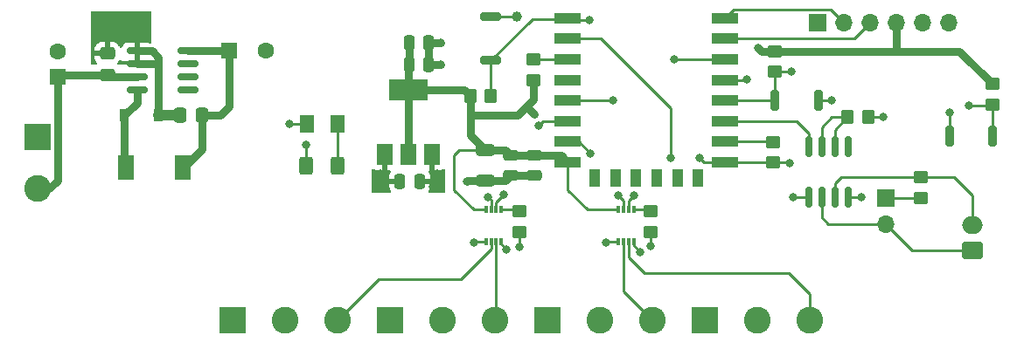
<source format=gbr>
%TF.GenerationSoftware,KiCad,Pcbnew,(6.0.8)*%
%TF.CreationDate,2022-10-05T23:25:23+02:00*%
%TF.ProjectId,DMX_ControllerBoard,444d585f-436f-46e7-9472-6f6c6c657242,rev?*%
%TF.SameCoordinates,Original*%
%TF.FileFunction,Copper,L1,Top*%
%TF.FilePolarity,Positive*%
%FSLAX46Y46*%
G04 Gerber Fmt 4.6, Leading zero omitted, Abs format (unit mm)*
G04 Created by KiCad (PCBNEW (6.0.8)) date 2022-10-05 23:25:23*
%MOMM*%
%LPD*%
G01*
G04 APERTURE LIST*
G04 Aperture macros list*
%AMRoundRect*
0 Rectangle with rounded corners*
0 $1 Rounding radius*
0 $2 $3 $4 $5 $6 $7 $8 $9 X,Y pos of 4 corners*
0 Add a 4 corners polygon primitive as box body*
4,1,4,$2,$3,$4,$5,$6,$7,$8,$9,$2,$3,0*
0 Add four circle primitives for the rounded corners*
1,1,$1+$1,$2,$3*
1,1,$1+$1,$4,$5*
1,1,$1+$1,$6,$7*
1,1,$1+$1,$8,$9*
0 Add four rect primitives between the rounded corners*
20,1,$1+$1,$2,$3,$4,$5,0*
20,1,$1+$1,$4,$5,$6,$7,0*
20,1,$1+$1,$6,$7,$8,$9,0*
20,1,$1+$1,$8,$9,$2,$3,0*%
G04 Aperture macros list end*
%TA.AperFunction,SMDPad,CuDef*%
%ADD10RoundRect,0.250000X-0.450000X0.350000X-0.450000X-0.350000X0.450000X-0.350000X0.450000X0.350000X0*%
%TD*%
%TA.AperFunction,SMDPad,CuDef*%
%ADD11R,0.300000X0.800000*%
%TD*%
%TA.AperFunction,ComponentPad*%
%ADD12R,1.600000X1.600000*%
%TD*%
%TA.AperFunction,ComponentPad*%
%ADD13C,1.600000*%
%TD*%
%TA.AperFunction,SMDPad,CuDef*%
%ADD14RoundRect,0.250000X-0.337500X-0.475000X0.337500X-0.475000X0.337500X0.475000X-0.337500X0.475000X0*%
%TD*%
%TA.AperFunction,SMDPad,CuDef*%
%ADD15R,0.900000X1.200000*%
%TD*%
%TA.AperFunction,ComponentPad*%
%ADD16R,2.600000X2.600000*%
%TD*%
%TA.AperFunction,ComponentPad*%
%ADD17C,2.600000*%
%TD*%
%TA.AperFunction,ComponentPad*%
%ADD18RoundRect,0.250000X0.750000X-0.600000X0.750000X0.600000X-0.750000X0.600000X-0.750000X-0.600000X0*%
%TD*%
%TA.AperFunction,ComponentPad*%
%ADD19O,2.000000X1.700000*%
%TD*%
%TA.AperFunction,SMDPad,CuDef*%
%ADD20R,1.500000X2.400000*%
%TD*%
%TA.AperFunction,SMDPad,CuDef*%
%ADD21RoundRect,0.249999X-0.350001X-0.450001X0.350001X-0.450001X0.350001X0.450001X-0.350001X0.450001X0*%
%TD*%
%TA.AperFunction,SMDPad,CuDef*%
%ADD22RoundRect,0.200000X0.800000X-0.200000X0.800000X0.200000X-0.800000X0.200000X-0.800000X-0.200000X0*%
%TD*%
%TA.AperFunction,SMDPad,CuDef*%
%ADD23RoundRect,0.150000X-0.150000X0.825000X-0.150000X-0.825000X0.150000X-0.825000X0.150000X0.825000X0*%
%TD*%
%TA.AperFunction,SMDPad,CuDef*%
%ADD24RoundRect,0.150000X0.825000X0.150000X-0.825000X0.150000X-0.825000X-0.150000X0.825000X-0.150000X0*%
%TD*%
%TA.AperFunction,SMDPad,CuDef*%
%ADD25RoundRect,0.250000X0.250000X0.475000X-0.250000X0.475000X-0.250000X-0.475000X0.250000X-0.475000X0*%
%TD*%
%TA.AperFunction,SMDPad,CuDef*%
%ADD26RoundRect,0.250000X-0.475000X0.250000X-0.475000X-0.250000X0.475000X-0.250000X0.475000X0.250000X0*%
%TD*%
%TA.AperFunction,SMDPad,CuDef*%
%ADD27RoundRect,0.250000X-0.250000X-0.475000X0.250000X-0.475000X0.250000X0.475000X-0.250000X0.475000X0*%
%TD*%
%TA.AperFunction,SMDPad,CuDef*%
%ADD28RoundRect,0.250000X-0.475000X0.337500X-0.475000X-0.337500X0.475000X-0.337500X0.475000X0.337500X0*%
%TD*%
%TA.AperFunction,SMDPad,CuDef*%
%ADD29R,2.500000X1.000000*%
%TD*%
%TA.AperFunction,SMDPad,CuDef*%
%ADD30R,1.000000X1.800000*%
%TD*%
%TA.AperFunction,SMDPad,CuDef*%
%ADD31RoundRect,0.250000X-0.462500X-0.625000X0.462500X-0.625000X0.462500X0.625000X-0.462500X0.625000X0*%
%TD*%
%TA.AperFunction,SMDPad,CuDef*%
%ADD32RoundRect,0.250000X0.400000X0.625000X-0.400000X0.625000X-0.400000X-0.625000X0.400000X-0.625000X0*%
%TD*%
%TA.AperFunction,SMDPad,CuDef*%
%ADD33RoundRect,0.249999X0.450001X-0.350001X0.450001X0.350001X-0.450001X0.350001X-0.450001X-0.350001X0*%
%TD*%
%TA.AperFunction,SMDPad,CuDef*%
%ADD34RoundRect,0.249999X-0.450001X0.350001X-0.450001X-0.350001X0.450001X-0.350001X0.450001X0.350001X0*%
%TD*%
%TA.AperFunction,SMDPad,CuDef*%
%ADD35RoundRect,0.200000X-0.200000X-0.800000X0.200000X-0.800000X0.200000X0.800000X-0.200000X0.800000X0*%
%TD*%
%TA.AperFunction,ComponentPad*%
%ADD36R,1.700000X1.700000*%
%TD*%
%TA.AperFunction,ComponentPad*%
%ADD37O,1.700000X1.700000*%
%TD*%
%TA.AperFunction,SMDPad,CuDef*%
%ADD38RoundRect,0.200000X0.200000X0.800000X-0.200000X0.800000X-0.200000X-0.800000X0.200000X-0.800000X0*%
%TD*%
%TA.AperFunction,SMDPad,CuDef*%
%ADD39R,1.500000X2.000000*%
%TD*%
%TA.AperFunction,SMDPad,CuDef*%
%ADD40R,3.800000X2.000000*%
%TD*%
%TA.AperFunction,SMDPad,CuDef*%
%ADD41RoundRect,0.250000X-0.650000X0.325000X-0.650000X-0.325000X0.650000X-0.325000X0.650000X0.325000X0*%
%TD*%
%TA.AperFunction,ViaPad*%
%ADD42C,0.800000*%
%TD*%
%TA.AperFunction,ViaPad*%
%ADD43C,1.000000*%
%TD*%
%TA.AperFunction,Conductor*%
%ADD44C,0.750000*%
%TD*%
%TA.AperFunction,Conductor*%
%ADD45C,0.250000*%
%TD*%
%TA.AperFunction,Conductor*%
%ADD46C,1.000000*%
%TD*%
G04 APERTURE END LIST*
D10*
%TO.P,R10,1*%
%TO.N,Net-(R10-Pad1)*%
X84582000Y-40122000D03*
%TO.P,R10,2*%
%TO.N,+5V*%
X84582000Y-42122000D03*
%TD*%
D11*
%TO.P,U5,1,VCCA*%
%TO.N,+5V*%
X81419000Y-43053000D03*
%TO.P,U5,2,1A*%
%TO.N,Button3_sense*%
X81919000Y-43053000D03*
%TO.P,U5,3,2A*%
%TO.N,Button4_sense*%
X82419000Y-43053000D03*
%TO.P,U5,4,GND*%
%TO.N,GND*%
X82919000Y-43053000D03*
%TO.P,U5,5,DIR*%
%TO.N,Net-(R10-Pad1)*%
X82919000Y-39953000D03*
%TO.P,U5,6,2B*%
%TO.N,B4*%
X82419000Y-39953000D03*
%TO.P,U5,7,1B*%
%TO.N,B3*%
X81919000Y-39953000D03*
%TO.P,U5,8,VCCB*%
%TO.N,+3V3*%
X81419000Y-39953000D03*
%TD*%
%TO.P,U3,1,VCCA*%
%TO.N,+5V*%
X68592000Y-43079000D03*
%TO.P,U3,2,1A*%
%TO.N,Button1_sense*%
X69092000Y-43079000D03*
%TO.P,U3,3,2A*%
%TO.N,Button2_sense*%
X69592000Y-43079000D03*
%TO.P,U3,4,GND*%
%TO.N,GND*%
X70092000Y-43079000D03*
%TO.P,U3,5,DIR*%
%TO.N,Net-(R6-Pad1)*%
X70092000Y-39979000D03*
%TO.P,U3,6,2B*%
%TO.N,B2*%
X69592000Y-39979000D03*
%TO.P,U3,7,1B*%
%TO.N,B1*%
X69092000Y-39979000D03*
%TO.P,U3,8,VCCB*%
%TO.N,+3V3*%
X68592000Y-39979000D03*
%TD*%
D10*
%TO.P,R6,1*%
%TO.N,Net-(R6-Pad1)*%
X71882000Y-40148000D03*
%TO.P,R6,2*%
%TO.N,+5V*%
X71882000Y-42148000D03*
%TD*%
D12*
%TO.P,C8,1*%
%TO.N,VCC*%
X27114500Y-27114500D03*
D13*
%TO.P,C8,2*%
%TO.N,GND*%
X27114500Y-24614500D03*
%TD*%
D12*
%TO.P,C12,1*%
%TO.N,+5V*%
X43751500Y-24511000D03*
D13*
%TO.P,C12,2*%
%TO.N,GND*%
X47251500Y-24511000D03*
%TD*%
D14*
%TO.P,C13,1*%
%TO.N,GND*%
X39031000Y-30797500D03*
%TO.P,C13,2*%
%TO.N,+5V*%
X41106000Y-30797500D03*
%TD*%
D15*
%TO.P,D6,1,K*%
%TO.N,Net-(D6-Pad1)*%
X33592500Y-30797500D03*
%TO.P,D6,2,A*%
%TO.N,GND*%
X36892500Y-30797500D03*
%TD*%
D16*
%TO.P,J3,1,Pin_1*%
%TO.N,GND*%
X25209500Y-32956500D03*
D17*
%TO.P,J3,2,Pin_2*%
%TO.N,VCC*%
X25209500Y-37956500D03*
%TD*%
D18*
%TO.P,J5,1,Pin_1*%
%TO.N,Net-(J5-Pad1)*%
X115684300Y-43954700D03*
D19*
%TO.P,J5,2,Pin_2*%
%TO.N,Net-(J5-Pad2)*%
X115684300Y-41454700D03*
%TD*%
D20*
%TO.P,L3,1*%
%TO.N,Net-(D6-Pad1)*%
X33762500Y-35877500D03*
%TO.P,L3,2*%
%TO.N,+5V*%
X39262500Y-35877500D03*
%TD*%
D21*
%TO.P,R3,1*%
%TO.N,+3V3*%
X67088000Y-28956000D03*
%TO.P,R3,2*%
%TO.N,RESET*%
X69088000Y-28956000D03*
%TD*%
D22*
%TO.P,SW1,1,A*%
%TO.N,RESET*%
X69088000Y-25463500D03*
%TO.P,SW1,2,B*%
%TO.N,GND*%
X69088000Y-21263500D03*
%TD*%
D23*
%TO.P,U2,1,RO*%
%TO.N,unconnected-(U2-Pad1)*%
X103644700Y-33847000D03*
%TO.P,U2,2,~{RE}*%
%TO.N,Net-(R1-Pad1)*%
X102374700Y-33847000D03*
%TO.P,U2,3,DE*%
X101104700Y-33847000D03*
%TO.P,U2,4,DI*%
%TO.N,RS485_DIN*%
X99834700Y-33847000D03*
%TO.P,U2,5,GND*%
%TO.N,GND*%
X99834700Y-38797000D03*
%TO.P,U2,6,A*%
%TO.N,Net-(J5-Pad1)*%
X101104700Y-38797000D03*
%TO.P,U2,7,B*%
%TO.N,Net-(J5-Pad2)*%
X102374700Y-38797000D03*
%TO.P,U2,8,VCC*%
%TO.N,+5V*%
X103644700Y-38797000D03*
%TD*%
D24*
%TO.P,U4,1,NC*%
%TO.N,unconnected-(U4-Pad1)*%
X39749500Y-28384500D03*
%TO.P,U4,2,NC*%
%TO.N,unconnected-(U4-Pad2)*%
X39749500Y-27114500D03*
%TO.P,U4,3,NC*%
%TO.N,unconnected-(U4-Pad3)*%
X39749500Y-25844500D03*
%TO.P,U4,4,FB*%
%TO.N,+5V*%
X39749500Y-24574500D03*
%TO.P,U4,5,~{ON}/OFF*%
%TO.N,GND*%
X34799500Y-24574500D03*
%TO.P,U4,6,GND*%
X34799500Y-25844500D03*
%TO.P,U4,7,VIN*%
%TO.N,VCC*%
X34799500Y-27114500D03*
%TO.P,U4,8,OUT*%
%TO.N,Net-(D6-Pad1)*%
X34799500Y-28384500D03*
%TD*%
D25*
%TO.P,C1,1*%
%TO.N,+5V*%
X62164000Y-37211000D03*
%TO.P,C1,2*%
%TO.N,GND*%
X60264000Y-37211000D03*
%TD*%
D26*
%TO.P,C3,1*%
%TO.N,+3V3*%
X73279000Y-34737000D03*
%TO.P,C3,2*%
%TO.N,GND*%
X73279000Y-36637000D03*
%TD*%
D27*
%TO.P,C4,1*%
%TO.N,+3V3*%
X61153000Y-23749000D03*
%TO.P,C4,2*%
%TO.N,GND*%
X63053000Y-23749000D03*
%TD*%
D21*
%TO.P,R1,1*%
%TO.N,Net-(R1-Pad1)*%
X103625900Y-31000700D03*
%TO.P,R1,2*%
%TO.N,+5V*%
X105625900Y-31000700D03*
%TD*%
D28*
%TO.P,C11,1*%
%TO.N,GND*%
X31940500Y-24807000D03*
%TO.P,C11,2*%
%TO.N,VCC*%
X31940500Y-26882000D03*
%TD*%
D29*
%TO.P,U8,1,~{RST}*%
%TO.N,RESET*%
X76537500Y-21392000D03*
%TO.P,U8,2,ADC*%
%TO.N,B4*%
X76537500Y-23392000D03*
%TO.P,U8,3,EN*%
%TO.N,Net-(R2-Pad2)*%
X76537500Y-25392000D03*
%TO.P,U8,4,GPIO16*%
%TO.N,unconnected-(U8-Pad4)*%
X76537500Y-27392000D03*
%TO.P,U8,5,GPIO14*%
%TO.N,B2*%
X76537500Y-29392000D03*
%TO.P,U8,6,GPIO12*%
%TO.N,ERROR_LED*%
X76537500Y-31392000D03*
%TO.P,U8,7,GPIO13*%
%TO.N,B1*%
X76537500Y-33392000D03*
%TO.P,U8,8,VCC*%
%TO.N,+3V3*%
X76537500Y-35392000D03*
D30*
%TO.P,U8,9,CS0*%
%TO.N,unconnected-(U8-Pad9)*%
X79137500Y-36892000D03*
%TO.P,U8,10,MISO*%
%TO.N,unconnected-(U8-Pad10)*%
X81137500Y-36892000D03*
%TO.P,U8,11,GPIO9*%
%TO.N,unconnected-(U8-Pad11)*%
X83137500Y-36892000D03*
%TO.P,U8,12,GPIO10*%
%TO.N,unconnected-(U8-Pad12)*%
X85137500Y-36892000D03*
%TO.P,U8,13,MOSI*%
%TO.N,unconnected-(U8-Pad13)*%
X87137500Y-36892000D03*
%TO.P,U8,14,SCLK*%
%TO.N,unconnected-(U8-Pad14)*%
X89137500Y-36892000D03*
D29*
%TO.P,U8,15,GND*%
%TO.N,GND*%
X91737500Y-35392000D03*
%TO.P,U8,16,GPIO15*%
%TO.N,Net-(R7-Pad2)*%
X91737500Y-33392000D03*
%TO.P,U8,17,GPIO2*%
%TO.N,RS485_DIN*%
X91737500Y-31392000D03*
%TO.P,U8,18,GPIO0*%
%TO.N,BOOT_MODE*%
X91737500Y-29392000D03*
%TO.P,U8,19,GPIO4*%
%TO.N,FACTORY_RESET*%
X91737500Y-27392000D03*
%TO.P,U8,20,GPIO5*%
%TO.N,B3*%
X91737500Y-25392000D03*
%TO.P,U8,21,GPIO3/RXD*%
%TO.N,RXD*%
X91737500Y-23392000D03*
%TO.P,U8,22,GPIO1/TXD*%
%TO.N,TXD*%
X91737500Y-21392000D03*
%TD*%
D31*
%TO.P,D1,1,K*%
%TO.N,GND*%
X51281000Y-31623000D03*
%TO.P,D1,2,A*%
%TO.N,Net-(D1-Pad2)*%
X54256000Y-31623000D03*
%TD*%
D32*
%TO.P,R8,1*%
%TO.N,Net-(D1-Pad2)*%
X54255000Y-35750500D03*
%TO.P,R8,2*%
%TO.N,ERROR_LED*%
X51155000Y-35750500D03*
%TD*%
D16*
%TO.P,J1,1,Pin_1*%
%TO.N,+5V*%
X44069000Y-50736500D03*
D17*
%TO.P,J1,2,Pin_2*%
%TO.N,GND*%
X49149000Y-50736500D03*
%TO.P,J1,3,Pin_3*%
%TO.N,Button1_sense*%
X54229000Y-50736500D03*
%TD*%
D16*
%TO.P,J2,1,Pin_1*%
%TO.N,+5V*%
X59309000Y-50736500D03*
D17*
%TO.P,J2,2,Pin_2*%
%TO.N,GND*%
X64389000Y-50736500D03*
%TO.P,J2,3,Pin_3*%
%TO.N,Button2_sense*%
X69469000Y-50736500D03*
%TD*%
D16*
%TO.P,J4,1,Pin_1*%
%TO.N,+5V*%
X74549000Y-50736500D03*
D17*
%TO.P,J4,2,Pin_2*%
%TO.N,GND*%
X79629000Y-50736500D03*
%TO.P,J4,3,Pin_3*%
%TO.N,Button3_sense*%
X84709000Y-50736500D03*
%TD*%
D16*
%TO.P,J6,1,Pin_1*%
%TO.N,+5V*%
X89789000Y-50736500D03*
D17*
%TO.P,J6,2,Pin_2*%
%TO.N,GND*%
X94869000Y-50736500D03*
%TO.P,J6,3,Pin_3*%
%TO.N,Button4_sense*%
X99949000Y-50736500D03*
%TD*%
D33*
%TO.P,R2,1*%
%TO.N,+3V3*%
X73215500Y-27416000D03*
%TO.P,R2,2*%
%TO.N,Net-(R2-Pad2)*%
X73215500Y-25416000D03*
%TD*%
D34*
%TO.P,R5,1*%
%TO.N,+3V3*%
X96583500Y-24590500D03*
%TO.P,R5,2*%
%TO.N,BOOT_MODE*%
X96583500Y-26590500D03*
%TD*%
D35*
%TO.P,SW2,1,A*%
%TO.N,BOOT_MODE*%
X96579000Y-29400500D03*
%TO.P,SW2,2,B*%
%TO.N,GND*%
X100779000Y-29400500D03*
%TD*%
D33*
%TO.P,R7,1*%
%TO.N,GND*%
X96393000Y-35417000D03*
%TO.P,R7,2*%
%TO.N,Net-(R7-Pad2)*%
X96393000Y-33417000D03*
%TD*%
D36*
%TO.P,J7,1,Pin_1*%
%TO.N,BOOT_MODE*%
X100711000Y-21844000D03*
D37*
%TO.P,J7,2,Pin_2*%
%TO.N,TXD*%
X103251000Y-21844000D03*
%TO.P,J7,3,Pin_3*%
%TO.N,RXD*%
X105791000Y-21844000D03*
%TO.P,J7,4,Pin_4*%
%TO.N,+3V3*%
X108331000Y-21844000D03*
%TO.P,J7,5,Pin_5*%
%TO.N,RESET*%
X110871000Y-21844000D03*
%TO.P,J7,6,Pin_6*%
%TO.N,GND*%
X113411000Y-21844000D03*
%TD*%
D34*
%TO.P,R9,1*%
%TO.N,+3V3*%
X117652800Y-27803600D03*
%TO.P,R9,2*%
%TO.N,FACTORY_RESET*%
X117652800Y-29803600D03*
%TD*%
D38*
%TO.P,SW3,1,A*%
%TO.N,FACTORY_RESET*%
X117681200Y-32879600D03*
%TO.P,SW3,2,B*%
%TO.N,GND*%
X113481200Y-32879600D03*
%TD*%
D36*
%TO.P,JP1,1,1*%
%TO.N,Net-(JP1-Pad1)*%
X107340400Y-38862000D03*
D37*
%TO.P,JP1,2,2*%
%TO.N,Net-(J5-Pad1)*%
X107340400Y-41402000D03*
%TD*%
D33*
%TO.P,R4,1*%
%TO.N,Net-(JP1-Pad1)*%
X110744000Y-38846000D03*
%TO.P,R4,2*%
%TO.N,Net-(J5-Pad2)*%
X110744000Y-36846000D03*
%TD*%
D39*
%TO.P,U1,1,GND*%
%TO.N,GND*%
X58787000Y-34646000D03*
%TO.P,U1,2,VO*%
%TO.N,+3V3*%
X61087000Y-34646000D03*
D40*
X61087000Y-28346000D03*
D39*
%TO.P,U1,3,VI*%
%TO.N,+5V*%
X63387000Y-34646000D03*
%TD*%
D27*
%TO.P,C2,1*%
%TO.N,+3V3*%
X61153000Y-25908000D03*
%TO.P,C2,2*%
%TO.N,GND*%
X63053000Y-25908000D03*
%TD*%
D41*
%TO.P,C6,1*%
%TO.N,+3V3*%
X68580000Y-34212000D03*
%TO.P,C6,2*%
%TO.N,GND*%
X68580000Y-37162000D03*
%TD*%
D26*
%TO.P,C5,1*%
%TO.N,+3V3*%
X70993000Y-34737000D03*
%TO.P,C5,2*%
%TO.N,GND*%
X70993000Y-36637000D03*
%TD*%
D42*
%TO.N,+3V3*%
X73279000Y-30734000D03*
%TO.N,B4*%
X82931000Y-38608000D03*
X86487000Y-34925000D03*
%TO.N,B3*%
X86868000Y-25400000D03*
X81407000Y-38608000D03*
%TO.N,GND*%
X83566000Y-44069000D03*
%TO.N,+5V*%
X80264000Y-43154000D03*
X84582000Y-43535000D03*
%TO.N,B2*%
X80899000Y-29337000D03*
X70358000Y-38481000D03*
%TO.N,B1*%
X78740000Y-34544000D03*
X68834000Y-38735000D03*
%TO.N,+5V*%
X67437000Y-43180000D03*
%TO.N,GND*%
X70612000Y-43815000D03*
%TO.N,+5V*%
X71882000Y-43561000D03*
%TO.N,GND*%
X102044500Y-29400500D03*
D43*
X32681333Y-21717000D03*
D42*
X113538000Y-30530800D03*
D43*
X34036000Y-23050500D03*
X33993666Y-21717000D03*
D42*
X64262000Y-23749000D03*
X64262000Y-25908000D03*
D43*
X35306000Y-21717000D03*
D42*
X89281000Y-34988500D03*
X58420000Y-36449000D03*
X98374200Y-38798500D03*
X66802000Y-37211000D03*
X49593500Y-31623000D03*
D43*
X71564500Y-21209000D03*
D42*
X98044000Y-35433000D03*
D43*
X35369500Y-23050500D03*
X32702500Y-23114000D03*
X31369000Y-21717000D03*
D42*
X58801000Y-37592000D03*
D43*
X31369000Y-23114000D03*
D42*
%TO.N,RESET*%
X78613000Y-21590000D03*
%TO.N,+3V3*%
X94932500Y-24257000D03*
%TO.N,+5V*%
X63500000Y-37719000D03*
X63881000Y-36449000D03*
X107086400Y-30988000D03*
X104978200Y-38798500D03*
%TO.N,BOOT_MODE*%
X98171000Y-26543000D03*
%TO.N,ERROR_LED*%
X73723500Y-31813500D03*
X51181000Y-33718500D03*
%TO.N,FACTORY_RESET*%
X115366800Y-29870400D03*
X93827600Y-27381200D03*
%TD*%
D44*
%TO.N,+3V3*%
X96583500Y-24590500D02*
X108505500Y-24590500D01*
X108505500Y-24590500D02*
X114439700Y-24590500D01*
X108331000Y-21844000D02*
X108331000Y-24416000D01*
X108331000Y-24416000D02*
X108505500Y-24590500D01*
X114439700Y-24590500D02*
X117652800Y-27803600D01*
X96583500Y-24590500D02*
X95266000Y-24590500D01*
X95266000Y-24590500D02*
X94932500Y-24257000D01*
X72517000Y-29972000D02*
X73215500Y-29273500D01*
X71660000Y-30829000D02*
X72517000Y-29972000D01*
X72517000Y-29972000D02*
X73279000Y-30734000D01*
X67088000Y-30829000D02*
X71660000Y-30829000D01*
X73215500Y-29273500D02*
X73215500Y-27416000D01*
D45*
%TO.N,B4*%
X86487000Y-34925000D02*
X86487000Y-30099000D01*
X79756000Y-23368000D02*
X79732000Y-23392000D01*
X82419000Y-39120000D02*
X82931000Y-38608000D01*
X82419000Y-39953000D02*
X82419000Y-39120000D01*
X86487000Y-30099000D02*
X79756000Y-23368000D01*
X79732000Y-23392000D02*
X76537500Y-23392000D01*
%TO.N,B3*%
X81919000Y-39953000D02*
X81919000Y-39120000D01*
X81919000Y-39120000D02*
X81407000Y-38608000D01*
X86868000Y-25400000D02*
X86876000Y-25392000D01*
X86876000Y-25392000D02*
X91737500Y-25392000D01*
%TO.N,+3V3*%
X81419000Y-39953000D02*
X78434000Y-39953000D01*
X78434000Y-39953000D02*
X76537500Y-38056500D01*
X76537500Y-38056500D02*
X76537500Y-35392000D01*
%TO.N,Net-(R10-Pad1)*%
X82919000Y-39953000D02*
X84413000Y-39953000D01*
X84413000Y-39953000D02*
X84582000Y-40122000D01*
%TO.N,Button3_sense*%
X81919000Y-43053000D02*
X81919000Y-47946500D01*
%TO.N,Button4_sense*%
X82419000Y-43053000D02*
X82419000Y-44573000D01*
X82419000Y-44573000D02*
X83947000Y-46101000D01*
X83947000Y-46101000D02*
X97917000Y-46101000D01*
X97917000Y-46101000D02*
X99949000Y-48133000D01*
X99949000Y-48133000D02*
X99949000Y-50736500D01*
%TO.N,GND*%
X82919000Y-43422000D02*
X83566000Y-44069000D01*
X82919000Y-43053000D02*
X82919000Y-43422000D01*
%TO.N,Button3_sense*%
X81919000Y-47946500D02*
X84709000Y-50736500D01*
%TO.N,+5V*%
X80365000Y-43053000D02*
X80264000Y-43154000D01*
X81419000Y-43053000D02*
X80365000Y-43053000D01*
X84582000Y-42122000D02*
X84582000Y-43535000D01*
%TO.N,B2*%
X80899000Y-29337000D02*
X80844000Y-29392000D01*
X80844000Y-29392000D02*
X76537500Y-29392000D01*
X69592000Y-39979000D02*
X69592000Y-39247000D01*
X69592000Y-39247000D02*
X70358000Y-38481000D01*
%TO.N,B1*%
X78740000Y-34544000D02*
X77588000Y-33392000D01*
X69092000Y-39979000D02*
X69092000Y-38993000D01*
X69092000Y-38993000D02*
X68834000Y-38735000D01*
X77588000Y-33392000D02*
X76537500Y-33392000D01*
%TO.N,+3V3*%
X68592000Y-39979000D02*
X67411000Y-39979000D01*
X65532000Y-34671000D02*
X65991000Y-34212000D01*
X67411000Y-39979000D02*
X65532000Y-38100000D01*
X65532000Y-38100000D02*
X65532000Y-34671000D01*
X65991000Y-34212000D02*
X68580000Y-34212000D01*
%TO.N,Button1_sense*%
X69092000Y-43079000D02*
X69092000Y-43779000D01*
X69092000Y-43779000D02*
X66135000Y-46736000D01*
X66135000Y-46736000D02*
X58229500Y-46736000D01*
X58229500Y-46736000D02*
X54229000Y-50736500D01*
%TO.N,Button2_sense*%
X69592000Y-43079000D02*
X69592000Y-50613500D01*
X69592000Y-50613500D02*
X69469000Y-50736500D01*
%TO.N,+5V*%
X67538000Y-43079000D02*
X67437000Y-43180000D01*
X68592000Y-43079000D02*
X67538000Y-43079000D01*
%TO.N,GND*%
X70092000Y-43295000D02*
X70612000Y-43815000D01*
X70092000Y-43079000D02*
X70092000Y-43295000D01*
%TO.N,+5V*%
X71882000Y-42148000D02*
X71882000Y-43561000D01*
%TO.N,Net-(R6-Pad1)*%
X70092000Y-39979000D02*
X71713000Y-39979000D01*
X71713000Y-39979000D02*
X71882000Y-40148000D01*
D44*
%TO.N,GND*%
X63053000Y-23749000D02*
X64262000Y-23749000D01*
X63053000Y-23749000D02*
X63053000Y-25908000D01*
X36766500Y-25844500D02*
X36892500Y-25970500D01*
D45*
X113481200Y-30587600D02*
X113538000Y-30530800D01*
X99834700Y-38797000D02*
X98375700Y-38797000D01*
D44*
X36892500Y-25208500D02*
X36258500Y-24574500D01*
D45*
X113481200Y-32879600D02*
X113481200Y-30587600D01*
X98375700Y-38797000D02*
X98374200Y-38798500D01*
X71510000Y-21263500D02*
X71564500Y-21209000D01*
D44*
X66851000Y-37162000D02*
X66802000Y-37211000D01*
D45*
X96393000Y-35417000D02*
X98028000Y-35417000D01*
D44*
X36892500Y-30797500D02*
X36892500Y-25970500D01*
X36892500Y-25970500D02*
X36892500Y-25208500D01*
X68580000Y-37162000D02*
X70468000Y-37162000D01*
X63053000Y-25908000D02*
X64262000Y-25908000D01*
D45*
X98028000Y-35417000D02*
X98044000Y-35433000D01*
X51281000Y-31623000D02*
X49593500Y-31623000D01*
D46*
X39031000Y-30797500D02*
X36892500Y-30797500D01*
D44*
X70993000Y-36637000D02*
X73279000Y-36637000D01*
X36258500Y-24574500D02*
X34799500Y-24574500D01*
D45*
X100779000Y-29400500D02*
X102044500Y-29400500D01*
X91737500Y-35392000D02*
X96368000Y-35392000D01*
X69088000Y-21263500D02*
X71510000Y-21263500D01*
D44*
X68580000Y-37162000D02*
X66851000Y-37162000D01*
D45*
X91737500Y-35392000D02*
X89684500Y-35392000D01*
D44*
X70468000Y-37162000D02*
X70993000Y-36637000D01*
X34799500Y-25844500D02*
X36766500Y-25844500D01*
D45*
X89684500Y-35392000D02*
X89281000Y-34988500D01*
X96368000Y-35392000D02*
X96393000Y-35417000D01*
D44*
%TO.N,VCC*%
X31940500Y-26882000D02*
X27347000Y-26882000D01*
X34799500Y-27114500D02*
X32173000Y-27114500D01*
X32173000Y-27114500D02*
X31940500Y-26882000D01*
X25209500Y-37956500D02*
X26305500Y-37956500D01*
X26305500Y-37956500D02*
X27114500Y-37147500D01*
X27347000Y-26882000D02*
X27114500Y-27114500D01*
X27114500Y-37147500D02*
X27114500Y-27114500D01*
%TO.N,Net-(D6-Pad1)*%
X34799500Y-28384500D02*
X34799500Y-29590500D01*
X34799500Y-29590500D02*
X33592500Y-30797500D01*
X33592500Y-35707500D02*
X33762500Y-35877500D01*
X33592500Y-30797500D02*
X33592500Y-35707500D01*
D45*
%TO.N,RESET*%
X76735500Y-21590000D02*
X76537500Y-21392000D01*
X73088500Y-21463000D02*
X76466500Y-21463000D01*
X69088000Y-28956000D02*
X69088000Y-25463500D01*
X69088000Y-25463500D02*
X73088500Y-21463000D01*
X76466500Y-21463000D02*
X76537500Y-21392000D01*
X78613000Y-21590000D02*
X76735500Y-21590000D01*
D44*
%TO.N,+3V3*%
X61087000Y-28346000D02*
X61087000Y-34646000D01*
X70993000Y-34737000D02*
X73279000Y-34737000D01*
X68580000Y-34212000D02*
X70468000Y-34212000D01*
X61087000Y-25974000D02*
X61153000Y-25908000D01*
X75882500Y-34737000D02*
X76537500Y-35392000D01*
X73279000Y-34737000D02*
X75882500Y-34737000D01*
X66478000Y-28346000D02*
X67088000Y-28956000D01*
X61087000Y-28346000D02*
X61087000Y-25974000D01*
X61153000Y-25908000D02*
X61153000Y-23749000D01*
X67088000Y-32720000D02*
X68580000Y-34212000D01*
X70468000Y-34212000D02*
X70993000Y-34737000D01*
X67088000Y-30829000D02*
X67088000Y-32720000D01*
X67088000Y-28956000D02*
X67088000Y-30829000D01*
X61087000Y-28346000D02*
X66478000Y-28346000D01*
D45*
%TO.N,+5V*%
X104976700Y-38797000D02*
X104978200Y-38798500D01*
D44*
X43751500Y-24511000D02*
X43751500Y-29972000D01*
X43751500Y-24511000D02*
X39813000Y-24511000D01*
X39370000Y-35877500D02*
X41106000Y-34141500D01*
X42926000Y-30797500D02*
X41106000Y-30797500D01*
X41106000Y-34141500D02*
X41106000Y-30797500D01*
D45*
X107073700Y-31000700D02*
X107086400Y-30988000D01*
D44*
X43751500Y-29972000D02*
X42926000Y-30797500D01*
D45*
X103644700Y-38797000D02*
X104976700Y-38797000D01*
D44*
X39813000Y-24511000D02*
X39749500Y-24574500D01*
D45*
X105625900Y-31000700D02*
X107073700Y-31000700D01*
D44*
X39262500Y-35877500D02*
X39370000Y-35877500D01*
D45*
%TO.N,Net-(J5-Pad1)*%
X109893100Y-43954700D02*
X107340400Y-41402000D01*
X107340400Y-41402000D02*
X101752400Y-41402000D01*
X101752400Y-41402000D02*
X101104700Y-40754300D01*
X101104700Y-40754300D02*
X101104700Y-38797000D01*
X115684300Y-43954700D02*
X109893100Y-43954700D01*
%TO.N,Net-(J5-Pad2)*%
X102374700Y-37426900D02*
X102955600Y-36846000D01*
X102955600Y-36846000D02*
X110744000Y-36846000D01*
X113960400Y-36846000D02*
X110744000Y-36846000D01*
X115684300Y-38569900D02*
X113960400Y-36846000D01*
X102374700Y-38797000D02*
X102374700Y-37426900D01*
X115684300Y-41454700D02*
X115684300Y-38569900D01*
%TO.N,Net-(R1-Pad1)*%
X102374700Y-33847000D02*
X102374700Y-32251900D01*
X101104700Y-33847000D02*
X101104700Y-31991300D01*
X101104700Y-31991300D02*
X102095300Y-31000700D01*
X102095300Y-31000700D02*
X103625900Y-31000700D01*
X102374700Y-32251900D02*
X103625900Y-31000700D01*
%TO.N,Net-(R2-Pad2)*%
X73215500Y-25416000D02*
X76513500Y-25416000D01*
X76513500Y-25416000D02*
X76537500Y-25392000D01*
%TO.N,Net-(R7-Pad2)*%
X91737500Y-33392000D02*
X96368000Y-33392000D01*
X96368000Y-33392000D02*
X96393000Y-33417000D01*
%TO.N,BOOT_MODE*%
X96583500Y-26590500D02*
X98123500Y-26590500D01*
X96570500Y-29392000D02*
X96579000Y-29400500D01*
X96579000Y-26595000D02*
X96583500Y-26590500D01*
X91737500Y-29392000D02*
X96570500Y-29392000D01*
X98123500Y-26590500D02*
X98171000Y-26543000D01*
X96579000Y-29400500D02*
X96579000Y-26595000D01*
%TO.N,RXD*%
X91737500Y-23392000D02*
X104243000Y-23392000D01*
X104243000Y-23392000D02*
X105791000Y-21844000D01*
%TO.N,TXD*%
X103251000Y-21844000D02*
X101981000Y-20574000D01*
X92555500Y-20574000D02*
X91737500Y-21392000D01*
X101981000Y-20574000D02*
X92555500Y-20574000D01*
%TO.N,Net-(D1-Pad2)*%
X54256000Y-35749500D02*
X54255000Y-35750500D01*
X54256000Y-31623000D02*
X54256000Y-35749500D01*
%TO.N,ERROR_LED*%
X76537500Y-31392000D02*
X74145000Y-31392000D01*
X51155000Y-35750500D02*
X51155000Y-33744500D01*
X74145000Y-31392000D02*
X73723500Y-31813500D01*
X51155000Y-33744500D02*
X51181000Y-33718500D01*
%TO.N,FACTORY_RESET*%
X117652800Y-32851200D02*
X117681200Y-32879600D01*
X117586000Y-29870400D02*
X117652800Y-29803600D01*
X115366800Y-29870400D02*
X117586000Y-29870400D01*
X117652800Y-29803600D02*
X117652800Y-32851200D01*
X91737500Y-27392000D02*
X93816800Y-27392000D01*
X93816800Y-27392000D02*
X93827600Y-27381200D01*
%TO.N,RS485_DIN*%
X99834700Y-32575500D02*
X98651200Y-31392000D01*
X99834700Y-33847000D02*
X99834700Y-32575500D01*
X98651200Y-31392000D02*
X91737500Y-31392000D01*
%TO.N,Net-(JP1-Pad1)*%
X110744000Y-38846000D02*
X107356400Y-38846000D01*
X107356400Y-38846000D02*
X107340400Y-38862000D01*
%TD*%
%TA.AperFunction,Conductor*%
%TO.N,GND*%
G36*
X36137121Y-20721002D02*
G01*
X36183614Y-20774658D01*
X36195000Y-20827000D01*
X36195000Y-23776534D01*
X36174998Y-23844655D01*
X36121342Y-23891148D01*
X36051068Y-23901252D01*
X36004861Y-23884988D01*
X35894721Y-23819852D01*
X35880290Y-23813607D01*
X35734435Y-23771231D01*
X35721833Y-23768930D01*
X35693416Y-23766693D01*
X35688486Y-23766500D01*
X35071615Y-23766500D01*
X35056376Y-23770975D01*
X35055171Y-23772365D01*
X35053500Y-23780048D01*
X35053500Y-25908000D01*
X33028223Y-25908000D01*
X32960102Y-25887998D01*
X32913609Y-25834342D01*
X32903505Y-25764068D01*
X32932999Y-25699488D01*
X32939050Y-25692982D01*
X33009239Y-25622671D01*
X33018253Y-25611257D01*
X33091260Y-25492817D01*
X33144032Y-25445323D01*
X33214103Y-25433899D01*
X33279227Y-25462173D01*
X33318727Y-25521167D01*
X33324519Y-25558571D01*
X33324601Y-25587206D01*
X33331870Y-25590500D01*
X34527385Y-25590500D01*
X34542624Y-25586025D01*
X34543829Y-25584635D01*
X34545500Y-25576952D01*
X34545500Y-23784616D01*
X34541025Y-23769377D01*
X34539635Y-23768172D01*
X34531952Y-23766501D01*
X33910517Y-23766501D01*
X33905580Y-23766695D01*
X33877164Y-23768930D01*
X33864569Y-23771230D01*
X33718710Y-23813607D01*
X33704279Y-23819852D01*
X33574822Y-23896411D01*
X33562396Y-23906051D01*
X33456051Y-24012396D01*
X33446411Y-24024822D01*
X33369852Y-24154279D01*
X33363605Y-24168714D01*
X33360225Y-24180348D01*
X33322011Y-24240182D01*
X33257514Y-24269858D01*
X33187211Y-24259953D01*
X33133424Y-24213613D01*
X33119705Y-24185067D01*
X33108913Y-24152718D01*
X33102739Y-24139538D01*
X33017437Y-24001693D01*
X33008401Y-23990292D01*
X32893671Y-23875761D01*
X32882260Y-23866749D01*
X32744257Y-23781684D01*
X32731076Y-23775537D01*
X32576790Y-23724362D01*
X32563414Y-23721495D01*
X32469062Y-23711828D01*
X32462645Y-23711500D01*
X32212615Y-23711500D01*
X32197376Y-23715975D01*
X32196171Y-23717365D01*
X32194500Y-23725048D01*
X32194500Y-24935000D01*
X32174498Y-25003121D01*
X32120842Y-25049614D01*
X32068500Y-25061000D01*
X30725616Y-25061000D01*
X30710377Y-25065475D01*
X30709172Y-25066865D01*
X30707501Y-25074548D01*
X30707501Y-25191595D01*
X30707838Y-25198114D01*
X30717757Y-25293706D01*
X30720649Y-25307100D01*
X30772088Y-25461284D01*
X30778261Y-25474462D01*
X30863563Y-25612307D01*
X30872599Y-25623708D01*
X30941838Y-25692827D01*
X30975917Y-25755110D01*
X30970914Y-25825930D01*
X30928416Y-25882803D01*
X30861918Y-25907671D01*
X30852820Y-25908000D01*
X30479000Y-25908000D01*
X30410879Y-25887998D01*
X30364386Y-25834342D01*
X30353000Y-25782000D01*
X30353000Y-24534885D01*
X30707500Y-24534885D01*
X30711975Y-24550124D01*
X30713365Y-24551329D01*
X30721048Y-24553000D01*
X31668385Y-24553000D01*
X31683624Y-24548525D01*
X31684829Y-24547135D01*
X31686500Y-24539452D01*
X31686500Y-23729616D01*
X31682025Y-23714377D01*
X31680635Y-23713172D01*
X31672952Y-23711501D01*
X31418405Y-23711501D01*
X31411886Y-23711838D01*
X31316294Y-23721757D01*
X31302900Y-23724649D01*
X31148716Y-23776088D01*
X31135538Y-23782261D01*
X30997693Y-23867563D01*
X30986292Y-23876599D01*
X30871761Y-23991329D01*
X30862749Y-24002740D01*
X30777684Y-24140743D01*
X30771537Y-24153924D01*
X30720362Y-24308210D01*
X30717495Y-24321586D01*
X30707828Y-24415938D01*
X30707500Y-24422355D01*
X30707500Y-24534885D01*
X30353000Y-24534885D01*
X30353000Y-20827000D01*
X30373002Y-20758879D01*
X30426658Y-20712386D01*
X30479000Y-20701000D01*
X36069000Y-20701000D01*
X36137121Y-20721002D01*
G37*
%TD.AperFunction*%
%TD*%
%TA.AperFunction,Conductor*%
%TO.N,+5V*%
G36*
X63583121Y-34412002D02*
G01*
X63629614Y-34465658D01*
X63641000Y-34518000D01*
X63641000Y-36135884D01*
X63645475Y-36151123D01*
X63646865Y-36152328D01*
X63654548Y-36153999D01*
X64181669Y-36153999D01*
X64188490Y-36153629D01*
X64239352Y-36148105D01*
X64254604Y-36144479D01*
X64375054Y-36099324D01*
X64390649Y-36090786D01*
X64441435Y-36052724D01*
X64507942Y-36027876D01*
X64577324Y-36042929D01*
X64627554Y-36093104D01*
X64643000Y-36153550D01*
X64643000Y-38228000D01*
X64622998Y-38296121D01*
X64569342Y-38342614D01*
X64517000Y-38354000D01*
X63117885Y-38354000D01*
X63049764Y-38333998D01*
X63003271Y-38280342D01*
X62993167Y-38210068D01*
X63014645Y-38160060D01*
X63012910Y-38158991D01*
X63101816Y-38014757D01*
X63107963Y-38001576D01*
X63159138Y-37847290D01*
X63162005Y-37833914D01*
X63171672Y-37739562D01*
X63172000Y-37733146D01*
X63172000Y-37483115D01*
X63167525Y-37467876D01*
X63166135Y-37466671D01*
X63158452Y-37465000D01*
X62036000Y-37465000D01*
X61967879Y-37444998D01*
X61921386Y-37391342D01*
X61910000Y-37339000D01*
X61910000Y-37083000D01*
X61930002Y-37014879D01*
X61983658Y-36968386D01*
X62036000Y-36957000D01*
X63153884Y-36957000D01*
X63169123Y-36952525D01*
X63170328Y-36951135D01*
X63171999Y-36943452D01*
X63171999Y-36688905D01*
X63171662Y-36682386D01*
X63161743Y-36586794D01*
X63158851Y-36573400D01*
X63107412Y-36419216D01*
X63101239Y-36406038D01*
X63058366Y-36336757D01*
X63039528Y-36268305D01*
X63060689Y-36200536D01*
X63115130Y-36154964D01*
X63130013Y-36149558D01*
X63130124Y-36149525D01*
X63131329Y-36148135D01*
X63133000Y-36140452D01*
X63133000Y-34518000D01*
X63153002Y-34449879D01*
X63206658Y-34403386D01*
X63259000Y-34392000D01*
X63515000Y-34392000D01*
X63583121Y-34412002D01*
G37*
%TD.AperFunction*%
%TD*%
%TA.AperFunction,Conductor*%
%TO.N,GND*%
G36*
X58983121Y-34412002D02*
G01*
X59029614Y-34465658D01*
X59041000Y-34518000D01*
X59041000Y-36135884D01*
X59045475Y-36151123D01*
X59046865Y-36152328D01*
X59054548Y-36153999D01*
X59256603Y-36153999D01*
X59324724Y-36174001D01*
X59371217Y-36227657D01*
X59381321Y-36297931D01*
X59363863Y-36346115D01*
X59326184Y-36407243D01*
X59320037Y-36420424D01*
X59268862Y-36574710D01*
X59265995Y-36588086D01*
X59256328Y-36682438D01*
X59256000Y-36688855D01*
X59256000Y-36938885D01*
X59260475Y-36954124D01*
X59261865Y-36955329D01*
X59269548Y-36957000D01*
X60392000Y-36957000D01*
X60460121Y-36977002D01*
X60506614Y-37030658D01*
X60518000Y-37083000D01*
X60518000Y-37339000D01*
X60497998Y-37407121D01*
X60444342Y-37453614D01*
X60392000Y-37465000D01*
X59274116Y-37465000D01*
X59258877Y-37469475D01*
X59257672Y-37470865D01*
X59256001Y-37478548D01*
X59256001Y-37733095D01*
X59256338Y-37739614D01*
X59266257Y-37835206D01*
X59269149Y-37848600D01*
X59320588Y-38002784D01*
X59326761Y-38015962D01*
X59415917Y-38160035D01*
X59413590Y-38161475D01*
X59435474Y-38215559D01*
X59422296Y-38285321D01*
X59373494Y-38336885D01*
X59310090Y-38354000D01*
X57657000Y-38354000D01*
X57588879Y-38333998D01*
X57542386Y-38280342D01*
X57531000Y-38228000D01*
X57531000Y-36153550D01*
X57551002Y-36085429D01*
X57604658Y-36038936D01*
X57674932Y-36028832D01*
X57732565Y-36052724D01*
X57783351Y-36090786D01*
X57798946Y-36099324D01*
X57919394Y-36144478D01*
X57934649Y-36148105D01*
X57985514Y-36153631D01*
X57992328Y-36154000D01*
X58514885Y-36154000D01*
X58530124Y-36149525D01*
X58531329Y-36148135D01*
X58533000Y-36140452D01*
X58533000Y-34518000D01*
X58553002Y-34449879D01*
X58606658Y-34403386D01*
X58659000Y-34392000D01*
X58915000Y-34392000D01*
X58983121Y-34412002D01*
G37*
%TD.AperFunction*%
%TD*%
M02*

</source>
